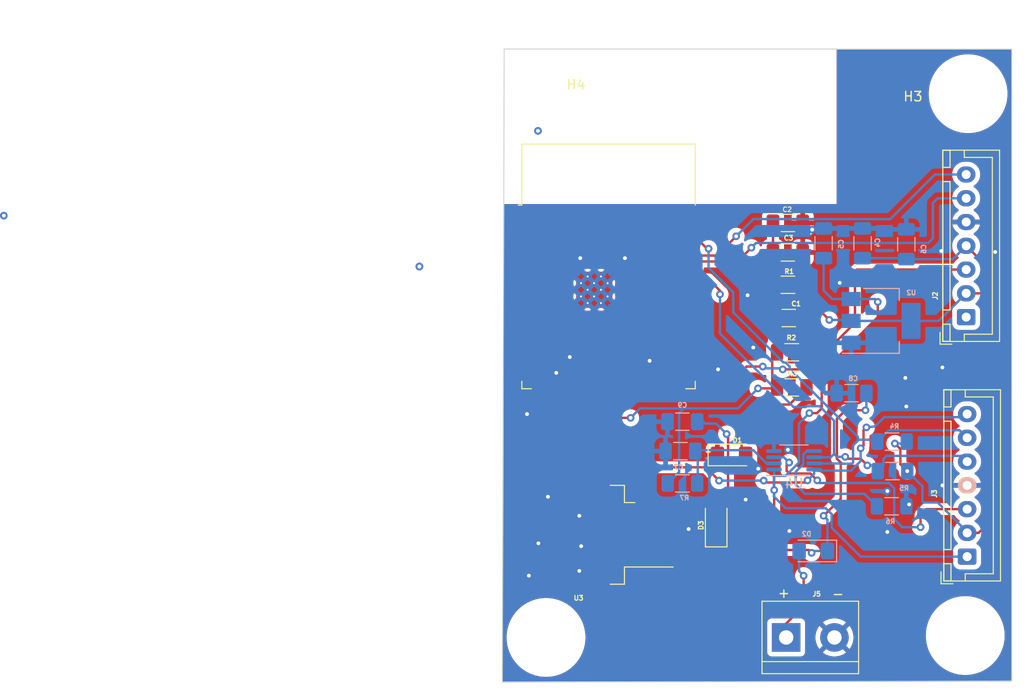
<source format=kicad_pcb>
(kicad_pcb (version 20221018) (generator pcbnew)
  (layers (0 "F.Cu" signal) (31 "B.Cu" signal) (34 "B.Paste" user) (35 "F.Paste" user) (36 "B.SilkS" user "B.Silkscreen") (37 "F.SilkS" user "F.Silkscreen") (38 "B.Mask" user) (39 "F.Mask" user) (44 "Edge.Cuts" user))
  (net 0 "")
  (net 1 "+3.3V")
  (net 2 "+5V")
  (net 3 "Net-(U4-VCC_3.3V)")
  (net 4 "Net-(D2-K)")
  (net 5 "Net-(D3-A)")
  (net 6 "Net-(D1-A)")
  (net 8 "/IO0")
  (net 9 "/RX")
  (net 10 "/TX")
  (net 11 "/OUT")
  (net 12 "/SDA")
  (net 13 "/SCL")
  (net 14 "/DIR")
  (net 15 "/GPO")
  (net 42 "/PWM")
  (net 43 "+24V")
  (net 44 "GND")
  (footprint "TerminalBlock:TerminalBlock_bornier-2_P5.08mm" (layer "F.Cu") (at 156.06 89.2)
    (fp_text reference "J5" (at 3.21 -4.57) (layer "F.SilkS") (effects (font (size 0.5 0.5) (thickness 0.125))))
    (fp_text value "Conn_01x02")
    (pad "1" thru_hole rect (at 0 0) (size 3 3) (drill 1.52) (layers "*.Cu" "*.Mask") (net 43 "+24V"))
    (pad "2" thru_hole circle (at 5.08 0) (size 3 3) (drill 1.52) (layers "*.Cu" "*.Mask") (net 44 "GND"))
  )
  (footprint "MountingHole:MountingHole_4.3mm_M4" (layer "F.Cu") (at 175.2 32)
    (fp_text reference "H3" (at -5.8 0.3) (layer "F.SilkS"))
    (fp_text value "MountingHole")
    (pad "" np_thru_hole circle (at 0 0) (size 4.3 4.3) (drill 4.3) (layers "F&B.Cu" "*.Mask" "Eco2.User") (clearance 2))
  )
  (footprint "Resistor_SMD:R_1206_3216Metric_Pad1.30x1.75mm_HandSolder" (layer "F.Cu") (at 156.25 52.1)
    (fp_text reference "R1" (at 0.13 -1.4) (layer "F.SilkS") (effects (font (size 0.5 0.5) (thickness 0.125))))
    (fp_text value "15K")
    (pad "1" smd roundrect (at -1.55 0) (size 1.3 1.75) (layers "F.Cu" "F.Paste" "F.Mask") (roundrect_rratio 0.1923076923) (net 1 "+3.3V"))
    (pad "2" smd roundrect (at 1.55 0) (size 1.3 1.75) (layers "F.Cu" "F.Paste" "F.Mask") (roundrect_rratio 0.1923076923) (net 44 "GND"))
  )
  (footprint "Connector_JST:JST_XH_B7B-XH-A_1x07_P2.50mm_Vertical" (layer "F.Cu") (at 175 55.5 90)
    (fp_text reference "J2" (at 2.24 -3.26 90) (layer "F.SilkS") (effects (font (size 0.5 0.5) (thickness 0.125))))
    (fp_text value "Conn_01x07")
    (pad "1" thru_hole roundrect (at 0 0 90) (size 1.7 1.95) (drill 0.95) (layers "*.Cu" "*.Mask") (roundrect_rratio 0.1470588235))
    (pad "2" thru_hole oval (at 2.5 0 90) (size 1.7 1.95) (drill 0.95) (layers "*.Cu" "*.Mask") (net 1 "+3.3V"))
    (pad "3" thru_hole oval (at 5 0 90) (size 1.7 1.95) (drill 0.95) (layers "*.Cu" "*.Mask") (net 8 "/IO0"))
    (pad "4" thru_hole oval (at 7.5 0 90) (size 1.7 1.95) (drill 0.95) (layers "*.Cu" "*.Mask") (net 1 "+3.3V"))
    (pad "5" thru_hole oval (at 10 0 90) (size 1.7 1.95) (drill 0.95) (layers "*.Cu" "*.Mask") (net 44 "GND"))
    (pad "6" thru_hole oval (at 12.5 0 90) (size 1.7 1.95) (drill 0.95) (layers "*.Cu" "*.Mask") (net 9 "/RX"))
    (pad "7" thru_hole oval (at 15 0 90) (size 1.7 1.95) (drill 0.95) (layers "*.Cu" "*.Mask") (net 10 "/TX"))
  )
  (footprint "Connector_JST:JST_XH_B7B-XH-A_1x07_P2.50mm_Vertical" (layer "F.Cu") (at 175.1 80.7 90)
    (fp_text reference "J3" (at 6.62 -3.45 90) (layer "F.SilkS") (effects (font (size 0.5 0.5) (thickness 0.125))))
    (fp_text value "Conn_01x07")
    (pad "1" thru_hole roundrect (at 0 0 90) (size 1.7 1.95) (drill 0.95) (layers "*.Cu" "*.Mask") (roundrect_rratio 0.1470588235) (net 2 "+5V"))
    (pad "2" thru_hole oval (at 2.5 0 90) (size 1.7 1.95) (drill 0.95) (layers "*.Cu" "*.Mask") (net 1 "+3.3V"))
    (pad "3" thru_hole oval (at 5 0 90) (size 1.7 1.95) (drill 0.95) (layers "*.Cu" "*.Mask") (net 11 "/OUT"))
    (pad "4" thru_hole oval (at 7.5 0 90) (size 1.7 1.95) (drill oval 0.95) (layers "*.Cu" "*.SilkS") (net 44 "GND"))
    (pad "5" thru_hole oval (at 10 0 90) (size 1.7 1.95) (drill 0.95) (layers "*.Cu" "*.Mask") (net 12 "/SDA"))
    (pad "6" thru_hole oval (at 12.5 0 90) (size 1.7 1.95) (drill 0.95) (layers "*.Cu" "*.Mask") (net 13 "/SCL"))
    (pad "7" thru_hole oval (at 15 0 90) (size 1.7 1.95) (drill 0.95) (layers "*.Cu" "*.Mask") (net 14 "/DIR"))
  )
  (footprint "MountingHole:MountingHole_4.3mm_M4" (layer "F.Cu") (at 130.92 32.06)
    (fp_text reference "H4" (at 3.04 -1.01) (layer "F.SilkS"))
    (fp_text value "MountingHole")
    (pad "" np_thru_hole circle (at 0 0) (size 4.3 4.3) (drill 4.3) (layers "F&B.Cu" "*.Mask"))
  )
  (footprint "Diode_SMD:D_1206_3216Metric_Pad1.42x1.75mm_HandSolder" (layer "F.Cu") (at 148.7 77.2125 90)
    (fp_text reference "D3" (at -0.1875 -1.6 90) (layer "F.SilkS") (effects (font (size 0.5 0.5) (thickness 0.125))))
    (fp_text value "1N4007")
    (pad "1" smd roundrect (at -1.4875 0 90) (size 1.425 1.75) (layers "F.Cu" "F.Paste" "F.Mask") (roundrect_rratio 0.1754392982) (net 2 "+5V"))
    (pad "2" smd roundrect (at 1.4875 0 90) (size 1.425 1.75) (layers "F.Cu" "F.Paste" "F.Mask") (roundrect_rratio 0.1754392982) (net 5 "Net-(D3-A)"))
  )
  (footprint "Capacitor_SMD:C_1206_3216Metric_Pad1.33x1.80mm_HandSolder" (layer "F.Cu") (at 156.2375 48.7)
    (fp_text reference "C3" (at 0.0825 -1.52) (layer "F.SilkS") (effects (font (size 0.5 0.5) (thickness 0.12) bold)))
    (fp_text value "10uf")
    (pad "1" smd roundrect (at -1.5625 0) (size 1.325 1.8) (layers "F.Cu" "F.Paste" "F.Mask") (roundrect_rratio 0.1886792453) (net 1 "+3.3V"))
    (pad "2" smd roundrect (at 1.5625 0) (size 1.325 1.8) (layers "F.Cu" "F.Paste" "F.Mask") (roundrect_rratio 0.1886792453) (net 44 "GND"))
  )
  (footprint "Capacitor_SMD:C_1206_3216Metric_Pad1.33x1.80mm_HandSolder" (layer "F.Cu") (at 156.3375 55.6)
    (fp_text reference "C1" (at 0.7725 -1.5) (layer "F.SilkS") (effects (font (size 0.5 0.5) (thickness 0.125))))
    (fp_text value "100nf")
    (pad "1" smd roundrect (at -1.5625 0) (size 1.325 1.8) (layers "F.Cu" "F.Paste" "F.Mask") (roundrect_rratio 0.1886792453) (net 1 "+3.3V"))
    (pad "2" smd roundrect (at 1.5625 0) (size 1.325 1.8) (layers "F.Cu" "F.Paste" "F.Mask") (roundrect_rratio 0.1886792453) (net 44 "GND"))
  )
  (footprint "LED_SMD:LED_1206_3216Metric_Pad1.42x1.75mm_HandSolder" (layer "F.Cu") (at 150.3125 70)
    (fp_text reference "D1" (at 0.6075 -1.55) (layer "F.SilkS") (effects (font (size 0.5 0.5) (thickness 0.125))))
    (fp_text value "LED")
    (pad "1" smd roundrect (at -1.4875 0) (size 1.425 1.75) (layers "F.Cu" "F.Paste" "F.Mask") (roundrect_rratio 0.1754392982) (net 44 "GND"))
    (pad "2" smd roundrect (at 1.4875 0) (size 1.425 1.75) (layers "F.Cu" "F.Paste" "F.Mask") (roundrect_rratio 0.1754392982) (net 6 "Net-(D1-A)"))
  )
  (footprint "Resistor_SMD:R_1206_3216Metric_Pad1.30x1.75mm_HandSolder" (layer "F.Cu") (at 156.65 62.9)
    (fp_text reference "R3" (at 0.06 -1.44) (layer "F.SilkS") (effects (font (size 0.5 0.5) (thickness 0.125) bold)))
    (fp_text value "15k")
    (pad "1" smd roundrect (at -1.55 0) (size 1.3 1.75) (layers "F.Cu" "F.Paste" "F.Mask") (roundrect_rratio 0.1923076923) (net 1 "+3.3V"))
    (pad "2" smd roundrect (at 1.55 0) (size 1.3 1.75) (layers "F.Cu" "F.Paste" "F.Mask") (roundrect_rratio 0.1923076923) (net 6 "Net-(D1-A)"))
  )
  (footprint "MountingHole:MountingHole_4.3mm_M4" (layer "F.Cu") (at 130.8 89.2)
    (fp_text reference "H2" hide)
    (fp_text value "MountingHole")
    (pad "" np_thru_hole circle (at 0 0) (size 4.3 4.3) (drill 4.3) (layers "F&B.Cu" "*.Mask") (clearance 2))
  )
  (footprint "MountingHole:MountingHole_4.3mm_M4" (layer "F.Cu") (at 174.9 89)
    (fp_text reference "H1" hide)
    (fp_text value "MountingHole")
    (pad "" np_thru_hole circle (at 0 0) (size 4.3 4.3) (drill 4.3) (layers "F&B.Cu" "*.Mask") (clearance 2))
  )
  (footprint "Capacitor_SMD:C_1206_3216Metric_Pad1.33x1.80mm_HandSolder" (layer "F.Cu") (at 156.2375 45.6)
    (fp_text reference "C2" (at -0.0675 -1.42) (layer "F.SilkS") (effects (font (size 0.5 0.5) (thickness 0.1) bold)))
    (fp_text value "100nf")
    (pad "1" smd roundrect (at -1.5625 0) (size 1.325 1.8) (layers "F.Cu" "F.Paste" "F.Mask") (roundrect_rratio 0.1886792453) (net 1 "+3.3V"))
    (pad "2" smd roundrect (at 1.5625 0) (size 1.325 1.8) (layers "F.Cu" "F.Paste" "F.Mask") (roundrect_rratio 0.1886792453) (net 44 "GND"))
  )
  (footprint "RF_Module:ESP32-WROOM-32D" (layer "F.Cu") (at 137.3762 53.1572)
    (fp_text reference "U1" hide)
    (fp_text value "ESP32-WROOM-32D" hide)
    (pad "1" smd rect (at -8.75 -8.25) (size 1.5 0.9) (layers "F.Cu" "F.Paste" "F.Mask") (net 44 "GND"))
    (pad "2" smd rect (at -8.75 -6.98) (size 1.5 0.9) (layers "F.Cu" "F.Paste" "F.Mask") (net 1 "+3.3V"))
    (pad "3" smd rect (at -8.75 -5.71) (size 1.5 0.9) (layers "F.Cu" "F.Paste" "F.Mask") (net 1 "+3.3V"))
    (pad "4" smd rect (at -8.75 -4.44) (size 1.5 0.9) (layers "F.Cu" "F.Paste" "F.Mask"))
    (pad "5" smd rect (at -8.75 -3.17) (size 1.5 0.9) (layers "F.Cu" "F.Paste" "F.Mask"))
    (pad "6" smd rect (at -8.75 -1.9) (size 1.5 0.9) (layers "F.Cu" "F.Paste" "F.Mask"))
    (pad "7" smd rect (at -8.75 -0.63) (size 1.5 0.9) (layers "F.Cu" "F.Paste" "F.Mask"))
    (pad "8" smd rect (at -8.75 0.64) (size 1.5 0.9) (layers "F.Cu" "F.Paste" "F.Mask"))
    (pad "9" smd rect (at -8.75 1.91) (size 1.5 0.9) (layers "F.Cu" "F.Paste" "F.Mask"))
    (pad "10" smd rect (at -8.75 3.18) (size 1.5 0.9) (layers "F.Cu" "F.Paste" "F.Mask"))
    (pad "11" smd rect (at -8.75 4.45) (size 1.5 0.9) (layers "F.Cu" "F.Paste" "F.Mask"))
    (pad "12" smd rect (at -8.75 5.72) (size 1.5 0.9) (layers "F.Cu" "F.Paste" "F.Mask") (net 14 "/DIR"))
    (pad "13" smd rect (at -8.75 6.99) (size 1.5 0.9) (layers "F.Cu" "F.Paste" "F.Mask"))
    (pad "14" smd rect (at -8.75 8.26) (size 1.5 0.9) (layers "F.Cu" "F.Paste" "F.Mask"))
    (pad "15" smd rect (at -5.71 9.51 90) (size 1.5 0.9) (layers "F.Cu" "F.Paste" "F.Mask") (net 44 "GND"))
    (pad "16" smd rect (at -4.44 9.51 90) (size 1.5 0.9) (layers "F.Cu" "F.Paste" "F.Mask"))
    (pad "17" smd rect (at -3.17 9.51 90) (size 1.5 0.9) (layers "F.Cu" "F.Paste" "F.Mask"))
    (pad "18" smd rect (at -1.9 9.51 90) (size 1.5 0.9) (layers "F.Cu" "F.Paste" "F.Mask"))
    (pad "19" smd rect (at -0.63 9.51 90) (size 1.5 0.9) (layers "F.Cu" "F.Paste" "F.Mask"))
    (pad "20" smd rect (at 0.64 9.51 90) (size 1.5 0.9) (layers "F.Cu" "F.Paste" "F.Mask"))
    (pad "21" smd rect (at 1.91 9.51 90) (size 1.5 0.9) (layers "F.Cu" "F.Paste" "F.Mask"))
    (pad "22" smd rect (at 3.18 9.51 90) (size 1.5 0.9) (layers "F.Cu" "F.Paste" "F.Mask"))
    (pad "23" smd rect (at 4.45 9.51 90) (size 1.5 0.9) (layers "F.Cu" "F.Paste" "F.Mask"))
    (pad "24" smd rect (at 5.72 9.51 90) (size 1.5 0.9) (layers "F.Cu" "F.Paste" "F.Mask"))
    (pad "25" smd rect (at 8.75 8.26) (size 1.5 0.9) (layers "F.Cu" "F.Paste" "F.Mask") (net 8 "/IO0"))
    (pad "26" smd rect (at 8.75 6.99) (size 1.5 0.9) (layers "F.Cu" "F.Paste" "F.Mask"))
    (pad "27" smd rect (at 8.75 5.72) (size 1.5 0.9) (layers "F.Cu" "F.Paste" "F.Mask"))
    (pad "28" smd rect (at 8.75 4.45) (size 1.5 0.9) (layers "F.Cu" "F.Paste" "F.Mask"))
    (pad "29" smd rect (at 8.75 3.18) (size 1.5 0.9) (layers "F.Cu" "F.Paste" "F.Mask"))
    (pad "30" smd rect (at 8.75 1.91) (size 1.5 0.9) (layers "F.Cu" "F.Paste" "F.Mask"))
    (pad "31" smd rect (at 8.75 0.64) (size 1.5 0.9) (layers "F.Cu" "F.Paste" "F.Mask"))
    (pad "32" smd rect (at 8.75 -0.63) (size 1.5 0.9) (layers "F.Cu" "F.Paste" "F.Mask"))
    (pad "33" smd rect (at 8.75 -1.9) (size 1.5 0.9) (layers "F.Cu" "F.Paste" "F.Mask") (net 12 "/SDA"))
    (pad "34" smd rect (at 8.75 -3.17) (size 1.5 0.9) (layers "F.Cu" "F.Paste" "F.Mask") (net 9 "/RX"))
    (pad "35" smd rect (at 8.75 -4.44) (size 1.5 0.9) (layers "F.Cu" "F.Paste" "F.Mask") (net 10 "/TX"))
    (pad "36" smd rect (at 8.75 -5.71) (size 1.5 0.9) (layers "F.Cu" "F.Paste" "F.Mask") (net 13 "/SCL"))
    (pad "37" smd rect (at 8.75 -6.98) (size 1.5 0.9) (layers "F.Cu" "F.Paste" "F.Mask") (net 42 "/PWM"))
    (pad "38" smd rect (at 8.75 -8.25) (size 1.5 0.9) (layers "F.Cu" "F.Paste" "F.Mask") (net 44 "GND"))
    (pad "39" smd rect (at -2.9 -1.93) (size 0.9 0.9) (layers "F.Cu" "F.Paste") (net 44 "GND"))
    (pad "39" thru_hole circle (at -2.9 -1.23) (size 0.6 0.6) (drill 0.2) (property pad_prop_heatsink) (layers "*.Cu" "F.Mask") (net 44 "GND"))
    (pad "39" smd rect (at -2.9 -0.53) (size 0.9 0.9) (layers "F.Cu" "F.Paste") (net 44 "GND"))
    (pad "39" thru_hole circle (at -2.9 0.17) (size 0.6 0.6) (drill 0.2) (property pad_prop_heatsink) (layers "*.Cu" "F.Mask") (net 44 "GND"))
    (pad "39" smd rect (at -2.9 0.87) (size 0.9 0.9) (layers "F.Cu" "F.Paste") (net 44 "GND"))
    (pad "39" thru_hole circle (at -2.2 -1.93) (size 0.6 0.6) (drill 0.2) (property pad_prop_heatsink) (layers "*.Cu" "F.Mask") (net 44 "GND"))
    (pad "39" thru_hole circle (at -2.2 -0.53) (size 0.6 0.6) (drill 0.2) (property pad_prop_heatsink) (layers "*.Cu" "F.Mask") (net 44 "GND"))
    (pad "39" thru_hole circle (at -2.2 0.87) (size 0.6 0.6) (drill 0.2) (property pad_prop_heatsink) (layers "*.Cu" "F.Mask") (net 44 "GND"))
    (pad "39" thru_hole circle (at -1.525 -1.23) (size 0.6 0.6) (drill 0.2) (property pad_prop_heatsink) (layers "*.Cu" "F.Mask") (net 44 "GND"))
    (pad "39" thru_hole circle (at -1.525 0.17) (size 0.6 0.6) (drill 0.2) (property pad_prop_heatsink) (layers "*.Cu" "F.Mask") (net 44 "GND"))
    (pad "39" smd rect (at -1.5 -1.93) (size 0.9 0.9) (layers "F.Cu" "F.Paste") (net 44 "GND"))
    (pad "39" smd rect (at -1.5 -0.53) (size 0.9 0.9) (layers "F.Cu" "F.Paste") (net 44 "GND"))
    (pad "39" smd rect (at -1.5 -0.53) (size 3.8 3.8) (layers "F.Cu" "F.Mask") (net 44 "GND"))
    (pad "39" smd rect (at -1.5 0.87) (size 0.9 0.9) (layers "F.Cu" "F.Paste") (net 44 "GND"))
    (pad "39" thru_hole circle (at -0.8 -1.93) (size 0.6 0.6) (drill 0.2) (property pad_prop_heatsink) (layers "*.Cu" "F.Mask") (net 44 "GND"))
    (pad "39" thru_hole circle (at -0.8 -0.53) (size 0.6 0.6) (drill 0.2) (property pad_prop_heatsink) (layers "*.Cu" "F.Mask") (net 44 "GND"))
    (pad "39" thru_hole circle (at -0.8 0.87) (size 0.6 0.6) (drill 0.2) (property pad_prop_heatsink) (layers "*.Cu" "F.Mask") (net 44 "GND"))
    (pad "39" smd rect (at -0.1 -1.93) (size 0.9 0.9) (layers "F.Cu" "F.Paste") (net 44 "GND"))
    (pad "39" thru_hole circle (at -0.1 -1.23) (size 0.6 0.6) (drill 0.2) (property pad_prop_heatsink) (layers "*.Cu" "F.Mask") (net 44 "GND"))
    (pad "39" smd rect (at -0.1 -0.53) (size 0.9 0.9) (layers "F.Cu" "F.Paste") (net 44 "GND"))
    (pad "39" thru_hole circle (at -0.1 0.17) (size 0.6 0.6) (drill 0.2) (property pad_prop_heatsink) (layers "*.Cu" "F.Mask") (net 44 "GND"))
    (pad "39" smd rect (at -0.1 0.87) (size 0.9 0.9) (layers "F.Cu" "F.Paste") (net 44 "GND"))
    (zone (net 0) (net_name "") (layers "*.Cu") (connect_pads (clearance 0)) (min_thickness 0.254)
      (keepout (tracks not_allowed) (vias not_allowed) (pads not_allowed) (copperpour not_allowed) (footprints not_allowed))
      (fill (thermal_gap 0.508) (thermal_bridge_width 0.508))
      (polygon (pts (xy 113.3762 43.6072) (xy 161.3762 43.6072) (xy 161.3762 22.4172) (xy 113.3762 22.4172)))
    )
  )
  (footprint "Resistor_SMD:R_1206_3216Metric_Pad1.30x1.75mm_HandSolder" (layer "F.Cu") (at 156.65 59.2 180)
    (fp_text reference "R2" (at 0.04 1.53) (layer "F.SilkS") (effects (font (size 0.5 0.5) (thickness 0.125))))
    (fp_text value "15k")
    (pad "1" smd roundrect (at -1.55 0 180) (size 1.3 1.75) (layers "F.Cu" "F.Paste" "F.Mask") (roundrect_rratio 0.1923076923) (net 8 "/IO0"))
    (pad "2" smd roundrect (at 1.55 0 180) (size 1.3 1.75) (layers "F.Cu" "F.Paste" "F.Mask") (roundrect_rratio 0.1923076923) (net 1 "+3.3V"))
  )
  (footprint "Package_TO_SOT_SMD:TO-263-2" (layer "F.Cu") (at 134.225 78.4 180)
    (fp_text reference "U3" (at 0 -6.65) (layer "F.SilkS") (effects (font (size 0.5 0.5) (thickness 0.125))))
    (fp_text value "LM7805_TO220")
    (pad "1" smd roundrect (at -7.65 -2.54 180) (size 4.6 1.1) (layers "F.Cu" "F.Paste" "F.Mask") (roundrect_rratio 0.2272727273) (net 4 "Net-(D2-K)"))
    (pad "2" smd roundrect (at -0.925 -2.775 180) (size 4.55 5.25) (layers "F.Cu" "F.Paste") (roundrect_rratio 0.05494505495) (net 44 "GND"))
    (pad "2" smd roundrect (at -0.925 2.775 180) (size 4.55 5.25) (layers "F.Cu" "F.Paste") (roundrect_rratio 0.05494505495) (net 44 "GND"))
    (pad "2" smd roundrect (at 1.5 0 180) (size 9.4 10.8) (layers "F.Cu" "F.Mask") (roundrect_rratio 0.02659595745) (net 44 "GND"))
    (pad "2" smd roundrect (at 3.925 -2.775 180) (size 4.55 5.25) (layers "F.Cu" "F.Paste") (roundrect_rratio 0.05494505495) (net 44 "GND"))
    (pad "2" smd roundrect (at 3.925 2.775 180) (size 4.55 5.25) (layers "F.Cu" "F.Paste") (roundrect_rratio 0.05494505495) (net 44 "GND"))
    (pad "3" smd roundrect (at -7.65 2.54 180) (size 4.6 1.1) (layers "F.Cu" "F.Paste" "F.Mask") (roundrect_rratio 0.2272727273) (net 5 "Net-(D3-A)"))
  )
  (footprint "Diode_SMD:D_1206_3216Metric_Pad1.42x1.75mm_HandSolder" (layer "B.Cu") (at 158.9125 80.1 180)
    (fp_text reference "D2" (at 0.7025 1.78) (layer "B.SilkS") (effects (font (size 0.5 0.5) (thickness 0.125)) (justify mirror)))
    (fp_text value "1N4007")
    (pad "1" smd roundrect (at -1.4875 0 180) (size 1.425 1.75) (layers "B.Cu" "B.Paste" "B.Mask") (roundrect_rratio 0.1754392982) (net 4 "Net-(D2-K)"))
    (pad "2" smd roundrect (at 1.4875 0 180) (size 1.425 1.75) (layers "B.Cu" "B.Paste" "B.Mask") (roundrect_rratio 0.1754392982) (net 43 "+24V"))
  )
  (footprint "Package_TO_SOT_SMD:SOT-223-3_TabPin2" (layer "B.Cu") (at 166.05 55.9)
    (fp_text reference "U2" (at 3.17 -2.97) (layer "B.SilkS") (effects (font (size 0.5 0.5) (thickness 0.125)) (justify mirror)))
    (fp_text value "AMS1117-3.3")
    (pad "1" smd rect (at -3.15 2.3) (size 2 1.5) (layers "B.Cu" "B.Paste" "B.Mask") (net 44 "GND"))
    (pad "2" smd rect (at -3.15 0) (size 2 1.5) (layers "B.Cu" "B.Paste" "B.Mask") (net 1 "+3.3V"))
    (pad "2" smd rect (at 3.15 0) (size 2 3.8) (layers "B.Cu" "B.Paste" "B.Mask") (net 1 "+3.3V"))
    (pad "3" smd rect (at -3.15 -2.3) (size 2 1.5) (layers "B.Cu" "B.Paste" "B.Mask") (net 2 "+5V"))
  )
  (footprint "Capacitor_SMD:C_1206_3216Metric_Pad1.33x1.80mm_HandSolder" (layer "B.Cu") (at 145.1375 66.5 180)
    (fp_text reference "C9" (at -0.0125 1.74) (layer "B.SilkS") (effects (font (size 0.5 0.5) (thickness 0.125)) (justify mirror)))
    (fp_text value "10uf")
    (pad "1" smd roundrect (at -1.5625 0 180) (size 1.325 1.8) (layers "B.Cu" "B.Paste" "B.Mask") (roundrect_rratio 0.1886792453) (net 5 "Net-(D3-A)"))
    (pad "2" smd roundrect (at 1.5625 0 180) (size 1.325 1.8) (layers "B.Cu" "B.Paste" "B.Mask") (roundrect_rratio 0.1886792453) (net 44 "GND"))
  )
  (footprint "Package_SO:MSOP-8_3x3mm_P0.65mm" (layer "B.Cu") (at 156.8875 70.565)
    (fp_text reference "U4" (at 0 2.45) (layer "B.SilkS") (effects (justify mirror)))
    (fp_text value locked "AS5600")
    (pad "1" smd roundrect (at -2.1125 0.975) (size 1.625 0.4) (layers "B.Cu" "B.Paste" "B.Mask") (net 2 "+5V"))
    (pad "2" smd roundrect (at -2.1125 0.325) (size 1.625 0.4) (layers "B.Cu" "B.Paste" "B.Mask") (net 3 "Net-(U4-VCC_3.3V)"))
    (pad "3" smd roundrect (at -2.1125 -0.325) (size 1.625 0.4) (layers "B.Cu" "B.Paste" "B.Mask") (net 11 "/OUT"))
    (pad "4" smd roundrect (at -2.1125 -0.975) (size 1.625 0.4) (layers "B.Cu" "B.Paste" "B.Mask") (net 44 "GND"))
    (pad "5" smd roundrect (at 2.1125 -0.975) (size 1.625 0.4) (layers "B.Cu" "B.Paste" "B.Mask") (net 15 "/GPO"))
    (pad "6" smd roundrect (at 2.1125 -0.325) (size 1.625 0.4) (layers "B.Cu" "B.Paste" "B.Mask") (net 12 "/SDA"))
    (pad "7" smd roundrect (at 2.1125 0.325) (size 1.625 0.4) (layers "B.Cu" "B.Paste" "B.Mask") (net 13 "/SCL"))
    (pad "8" smd roundrect (at 2.1125 0.975) (size 1.625 0.4) (layers "B.Cu" "B.Paste" "B.Mask") (net 14 "/DIR"))
  )
  (footprint "Resistor_SMD:R_1206_3216Metric_Pad1.30x1.75mm_HandSolder" (layer "B.Cu") (at 145.15 73)
    (fp_text reference "R7" (at 0.21 1.52) (layer "B.SilkS") (effects (font (size 0.5 0.5) (thickness 0.125)) (justify mirror)))
    (fp_text value "0R")
    (pad "1" smd roundrect (at -1.55 0) (size 1.3 1.75) (layers "B.Cu" "B.Paste" "B.Mask") (roundrect_rratio 0.1923076923) (net 1 "+3.3V"))
    (pad "2" smd roundrect (at 1.55 0) (size 1.3 1.75) (layers "B.Cu" "B.Paste" "B.Mask") (roundrect_rratio 0.1923076923) (net 3 "Net-(U4-VCC_3.3V)"))
  )
  (footprint "Capacitor_SMD:C_1206_3216Metric_Pad1.33x1.80mm_HandSolder" (layer "B.Cu") (at 168.7 47.8375 90)
    (fp_text reference "C6" (at -0.5025 1.84 90) (layer "B.SilkS") (effects (font (size 0.5 0.5) (thickness 0.125)) (justify mirror)))
    (fp_text value "100uf")
    (pad "1" smd roundrect (at -1.5625 0 90) (size 1.325 1.8) (layers "B.Cu" "B.Paste" "B.Mask") (roundrect_rratio 0.1886792453) (net 1 "+3.3V"))
    (pad "2" smd roundrect (at 1.5625 0 90) (size 1.325 1.8) (layers "B.Cu" "B.Paste" "B.Mask") (roundrect_rratio 0.1886792453) (net 44 "GND"))
  )
  (footprint "Resistor_SMD:R_1206_3216Metric_Pad1.30x1.75mm_HandSolder" (layer "B.Cu") (at 167.25 71.7 180)
    (fp_text reference "R5" (at -1.22 -1.8) (layer "B.SilkS") (effects (font (size 0.5 0.5) (thickness 0.125)) (justify mirror)))
    (fp_text value "15k")
    (pad "1" smd roundrect (at -1.55 0 180) (size 1.3 1.75) (layers "B.Cu" "B.Paste" "B.Mask") (roundrect_rratio 0.1923076923) (net 1 "+3.3V"))
    (pad "2" smd roundrect (at 1.55 0 180) (size 1.3 1.75) (layers "B.Cu" "B.Paste" "B.Mask") (roundrect_rratio 0.1923076923) (net 12 "/SDA"))
  )
  (footprint "Capacitor_SMD:C_1206_3216Metric_Pad1.33x1.80mm_HandSolder" (layer "B.Cu") (at 164.1 47.7375 90)
    (fp_text reference "C4" (at 0.0675 1.58 90) (layer "B.SilkS") (effects (font (size 0.5 0.5) (thickness 0.125)) (justify mirror)))
    (fp_text value "10uf")
    (pad "1" smd roundrect (at -1.5625 0 90) (size 1.325 1.8) (layers "B.Cu" "B.Paste" "B.Mask") (roundrect_rratio 0.1886792453) (net 1 "+3.3V"))
    (pad "2" smd roundrect (at 1.5625 0 90) (size 1.325 1.8) (layers "B.Cu" "B.Paste" "B.Mask") (roundrect_rratio 0.1886792453) (net 44 "GND"))
  )
  (footprint "Resistor_SMD:R_1206_3216Metric_Pad1.30x1.75mm_HandSolder" (layer "B.Cu") (at 167.2 68.6 180)
    (fp_text reference "R4" (at -0.25 1.6) (layer "B.SilkS") (effects (font (size 0.5 0.5) (thickness 0.125)) (justify mirror)))
    (fp_text value "15k")
    (pad "1" smd roundrect (at -1.55 0 180) (size 1.3 1.75) (layers "B.Cu" "B.Paste" "B.Mask") (roundrect_rratio 0.1923076923) (net 1 "+3.3V"))
    (pad "2" smd roundrect (at 1.55 0 180) (size 1.3 1.75) (layers "B.Cu" "B.Paste" "B.Mask") (roundrect_rratio 0.1923076923) (net 13 "/SCL"))
  )
  (footprint "Resistor_SMD:R_1206_3216Metric_Pad1.30x1.75mm_HandSolder" (layer "B.Cu") (at 167.15 75.4)
    (fp_text reference "R6" (at -0.12 1.6) (layer "B.SilkS") (effects (font (size 0.5 0.5) (thickness 0.125)) (justify mirror)))
    (fp_text value "1K")
    (pad "1" smd roundrect (at -1.55 0) (size 1.3 1.75) (layers "B.Cu" "B.Paste" "B.Mask") (roundrect_rratio 0.1923076923) (net 15 "/GPO"))
    (pad "2" smd roundrect (at 1.55 0) (size 1.3 1.75) (layers "B.Cu" "B.Paste" "B.Mask") (roundrect_rratio 0.1923076923) (net 44 "GND"))
  )
  (footprint "Capacitor_SMD:C_1206_3216Metric_Pad1.33x1.80mm_HandSolder" (layer "B.Cu") (at 162.9375 63.5 180)
    (fp_text reference "C8" (at -0.1825 1.54) (layer "B.SilkS") (effects (font (size 0.5 0.5) (thickness 0.125)) (justify mirror)))
    (fp_text value "10uf")
    (pad "1" smd roundrect (at -1.5625 0 180) (size 1.325 1.8) (layers "B.Cu" "B.Paste" "B.Mask") (roundrect_rratio 0.1886792453) (net 4 "Net-(D2-K)"))
    (pad "2" smd roundrect (at 1.5625 0 180) (size 1.325 1.8) (layers "B.Cu" "B.Paste" "B.Mask") (roundrect_rratio 0.1886792453) (net 44 "GND"))
  )
  (footprint "Capacitor_SMD:C_1206_3216Metric_Pad1.33x1.80mm_HandSolder" (layer "B.Cu") (at 160 47.7375 90)
    (fp_text reference "C5" (at -0.0825 1.84 90) (layer "B.SilkS") (effects (font (size 0.5 0.5) (thickness 0.125)) (justify mirror)))
    (fp_text value "10uf")
    (pad "1" smd roundrect (at -1.5625 0 90) (size 1.325 1.8) (layers "B.Cu" "B.Paste" "B.Mask") (roundrect_rratio 0.1886792453) (net 2 "+5V"))
    (pad "2" smd roundrect (at 1.5625 0 90) (size 1.325 1.8) (layers "B.Cu" "B.Paste" "B.Mask") (roundrect_rratio 0.1886792453) (net 44 "GND"))
  )
  (footprint "Capacitor_SMD:C_1206_3216Metric_Pad1.33x1.80mm_HandSolder" (layer "B.Cu") (at 144.9375 69.6 180)
    (fp_text reference "C7" (at 0.1975 -1.69) (layer "B.SilkS") (effects (font (size 0.5 0.5) (thickness 0.125)) (justify mirror)))
    (fp_text value "10uf")
    (pad "1" smd roundrect (at -1.5625 0 180) (size 1.325 1.8) (layers "B.Cu" "B.Paste" "B.Mask") (roundrect_rratio 0.1886792453) (net 3 "Net-(U4-VCC_3.3V)"))
    (pad "2" smd roundrect (at 1.5625 0 180) (size 1.325 1.8) (layers "B.Cu" "B.Paste" "B.Mask") (roundrect_rratio 0.1886792453) (net 44 "GND"))
  )
  (gr_line (start 126.4 27.3) (end 126.2 93.9) (stroke (width 0.1)) (layer "Edge.Cuts"))
  (gr_line (start 179.8 27.3) (end 179.8 93.8) (stroke (width 0.1)) (layer "Edge.Cuts"))
  (gr_line (start 179.8 93.8) (end 126.2 93.9) (stroke (width 0.1)) (layer "Edge.Cuts"))
  (gr_line (start 126.4 27.3) (end 179.8 27.3) (stroke (width 0.1)) (layer "Edge.Cuts"))
  (gr_text "+\n" (at 155.1 85.1) (layer "F.SilkS") (effects (font (size 1 1)) (justify left bottom)))
  (gr_text "-" (at 160.8 85.2) (layer "F.SilkS") (effects (font (size 1 1)) (justify left bottom)))
  (via (at 117.48 50.18) (size 0.8) (drill 0.4) (layers "F.Cu" "B.Cu") (net 0))
  (via (at 117.48 50.18) (size 0.8) (drill 0.4) (layers "F.Cu" "B.Cu") (net 0))
  (via (at 129.9534 35.9106) (size 0.8) (drill 0.4) (layers "F.Cu" "B.Cu") (net 0))
  (via (at 73.76 44.83) (size 0.8) (drill 0.4) (layers "F.Cu" "B.Cu") (net 0))
  (via (at 131.5834 31.3406) (size 0.8) (drill 0.4) (layers "F.Cu" "B.Cu") (net 0))
  (segment (start 176.8 49.8) (end 176.8 53) (width 0.25) (layer "F.Cu") (net 1))
  (segment (start 154.775 55.6) (end 154.775 58.875) (width 0.25) (layer "F.Cu") (net 1))
  (segment (start 131.8 66.1) (end 130.8912 65.1912) (width 0.25) (layer "F.Cu") (net 1))
  (segment (start 168.08 70.98) (end 168.08 69.38) (width 0.25) (layer "F.Cu") (net 1))
  (segment (start 130.8912 48.7122) (end 129.6262 47.4472) (width 0.25) (layer "F.Cu") (net 1))
  (segment (start 129.6262 47.4472) (end 128.6262 47.4472) (width 0.25) (layer "F.Cu") (net 1))
  (segment (start 175 48) (end 176.8 49.8) (width 0.25) (layer "F.Cu") (net 1))
  (segment (start 128.6262 47.4472) (end 128.6262 46.1772) (width 0.25) (layer "F.Cu") (net 1))
  (segment (start 156.195 54.18) (end 158.98 54.18) (width 0.25) (layer "F.Cu") (net 1))
  (segment (start 154.775 55.6) (end 154.775 52.175) (width 0.25) (layer "F.Cu") (net 1))
  (segment (start 158.98 54.18) (end 160.6 55.8) (width 0.25) (layer "F.Cu") (net 1))
  (segment (start 177.8 54) (end 177.8 76.7) (width 0.25) (layer "F.Cu") (net 1))
  (segment (start 175 53) (end 176.8 53) (width 0.25) (layer "F.Cu") (net 1))
  (segment (start 139.7 66.1) (end 131.8 66.1) (width 0.25) (layer "F.Cu") (net 1))
  (segment (start 168.8 71.7) (end 168.08 70.98) (width 0.25) (layer "F.Cu") (net 1))
  (segment (start 176.8 53) (end 177.8 54) (width 0.25) (layer "F.Cu") (net 1))
  (segment (start 153.1 63) (end 155 63) (width 0.25) (layer "F.Cu") (net 1))
  (segment (start 154.775 55.6) (end 156.195 54.18) (width 0.25) (layer "F.Cu") (net 1))
  (segment (start 177.8 76.7) (end 176.3 78.2) (width 0.25) (layer "F.Cu") (net 1))
  (segment (start 130.8912 65.1912) (end 130.8912 48.7122) (width 0.25) (layer "F.Cu") (net 1))
  (segment (start 176.3 78.2) (end 175.1 78.2) (width 0.25) (layer "F.Cu") (net 1))
  (segment (start 154.675 45.6) (end 154.675 48.7) (width 0.25) (layer "F.Cu") (net 1))
  (segment (start 154.7 52.1) (end 154.7 48.725) (width 0.25) (layer "F.Cu") (net 1))
  (segment (start 168.08 69.38) (end 167.5 68.8) (width 0.25) (layer "F.Cu") (net 1))
  (segment (start 154.6 62.4) (end 154.6 59.7) (width 0.25) (layer "F.Cu") (net 1))
  (via (at 168.8 71.7) (size 0.8) (drill 0.4) (layers "F.Cu" "B.Cu") (net 1))
  (via (at 167.5 68.8) (size 0.8) (drill 0.4) (layers "F.Cu" "B.Cu") (net 1))
  (via (at 153.1 63) (size 0.8) (drill 0.4) (layers "F.Cu" "B.Cu") (net 1))
  (via (at 139.7 66.1) (size 0.8) (drill 0.4) (layers "F.Cu" "B.Cu") (net 1))
  (via (at 160.6 55.8) (size 0.8) (drill 0.4) (layers "F.Cu" "B.Cu") (net 1))
  (segment (start 162.9 55.9) (end 169.2 55.9) (width 0.25) (layer "B.Cu") (net 1))
  (segment (start 170.5 75) (end 170.4 74.9) (width 0.25) (layer "B.Cu") (net 1))
  (segment (start 170.4 73.3) (end 168.8 71.7) (width 0.25) (layer "B.Cu") (net 1))
  (segment (start 164.1 49.3) (end 168.6 49.3) (width 0.25) (layer "B.Cu") (net 1))
  (segment (start 172.1 55.9) (end 175 53) (width 0.25) (layer "B.Cu") (net 1))
  (segment (start 143.6 73) (end 144.8 71.8) (width 0.25) (layer "B.Cu") (net 1))
  (segment (start 160.6 55.8) (end 162.8 55.8) (width 0.25) (layer "B.Cu") (net 1))
  (segment (start 167.5 68.8) (end 168.55 68.8) (width 0.25) (layer "B.Cu") (net 1))
  (segment (start 170.4 74.9) (end 170.4 73.3) (width 0.25) (layer "B.Cu") (net 1))
  (segment (start 173.6 49.4) (end 175 48) (width 0.25) (layer "B.Cu") (net 1))
  (segment (start 168.7 49.4) (end 173.6 49.4) (width 0.25) (layer "B.Cu") (net 1))
  (segment (start 170.5 75) (end 172 75) (width 0.25) (layer "B.Cu") (net 1))
  (segment (start 144.8 71.8) (end 144.8 65.6) (width 0.25) (layer "B.Cu") (net 1))
  (segment (start 140.7 65.1) (end 145.3 65.1) (width 0.25) (layer "B.Cu") (net 1))
  (segment (start 169.2 55.9) (end 172.1 55.9) (width 0.25) (layer "B.Cu") (net 1))
  (segment (start 145.3 65.1) (end 151 65.1) (width 0.25) (layer "B.Cu") (net 1))
  (segment (start 144.8 65.6) (end 145.3 65.1) (width 0.25) (layer "B.Cu") (net 1))
  (segment (start 139.7 66.1) (end 140.7 65.1) (width 0.25) (layer "B.Cu") (net 1))
  (segment (start 172 75) (end 175.1 78.1) (width 0.25) (layer "B.Cu") (net 1))
  (segment (start 151 65.1) (end 153.1 63) (width 0.25) (layer "B.Cu") (net 1))
  (segment (start 158.5 65.6) (end 159.3 65.6) (width 0.25) (layer "F.Cu") (net 2))
  (segment (start 165.7 57.01) (end 165.7 53.9) (width 0.25) (layer "F.Cu") (net 2))
  (segment (start 159.8 62.91) (end 165.7 57.01) (width 0.25) (layer "F.Cu") (net 2))
  (segment (start 154.8 76.6) (end 154.8 73.7) (width 0.25) (layer "F.Cu") (net 2))
  (segment (start 152.7 78.7) (end 154.8 76.6) (width 0.25) (layer "F.Cu") (net 2))
  (segment (start 148.7 78.7) (end 152.7 78.7) (width 0.25) (layer "F.Cu") (net 2))
  (segment (start 159.8 65.1) (end 159.8 62.91) (width 0.25) (layer "F.Cu") (net 2))
  (segment (start 159.3 65.6) (end 159.8 65.1) (width 0.25) (layer "F.Cu") (net 2))
  (via (at 158.5 65.6) (size 0.8) (drill 0.4) (layers "F.Cu" "B.Cu") (net 2))
  (via (at 154.8 73.7) (size 0.8) (drill 0.4) (layers "F.Cu" "B.Cu") (net 2))
  (via (at 165.7 53.9) (size 0.8) (drill 0.4) (layers "F.Cu" "B.Cu") (net 2))
  (segment (start 160 49.3) (end 160 52.7) (width 0.25) (layer "B.Cu") (net 2))
  (segment (start 157.4125 70.7875) (end 157.4125 66.6875) (width 0.25) (layer "B.Cu") (net 2))
  (segment (start 160.225305 75.6) (end 156 75.6) (width 0.25) (layer "B.Cu") (net 2))
  (segment (start 154.775 74.375) (end 154.775 72.2) (width 0.25) (layer "B.Cu") (net 2))
  (segment (start 156 72.2) (end 157.4125 70.7875) (width 0.25) (layer "B.Cu") (net 2))
  (segment (start 165.7 53.9) (end 165.4 53.6) (width 0.25) (layer "B.Cu") (net 2))
  (segment (start 160 52.7) (end 160.9 53.6) (width 0.25) (layer "B.Cu") (net 2))
  (segment (start 157.4125 66.6875) (end 158.5 65.6) (width 0.25) (layer "B.Cu") (net 2))
  (segment (start 156 75.6) (end 154.775 74.375) (width 0.25) (layer "B.Cu") (net 2))
  (segment (start 160.9 53.6) (end 162.9 53.6) (width 0.25) (layer "B.Cu") (net 2))
  (segment (start 160.85 77.65) (end 160.85 76.224695) (width 0.25) (layer "B.Cu") (net 2))
  (segment (start 163.9 80.7) (end 160.85 77.65) (width 0.25) (layer "B.Cu") (net 2))
  (segment (start 154.775 72.2) (end 156 72.2) (width 0.25) (layer "B.Cu") (net 2))
  (segment (start 165.4 53.6) (end 162.9 53.6) (width 0.25) (layer "B.Cu") (net 2))
  (segment (start 175.1 80.7) (end 163.9 80.7) (width 0.25) (layer "B.Cu") (net 2))
  (segment (start 160.85 76.224695) (end 160.225305 75.6) (width 0.25) (layer "B.Cu") (net 2))
  (segment (start 154.8 73.7) (end 154.8 71.575) (width 0.25) (layer "B.Cu") (net 2))
  (segment (start 154.775 70.9) (end 154.008688 70.9) (width 0.25) (layer "B.Cu") (net 3))
  (segment (start 146.7625 69.8625) (end 146.7625 72.9375) (width 0.25) (layer "B.Cu") (net 3))
  (segment (start 154.008688 70.9) (end 152.608688 69.5) (width 0.25) (layer "B.Cu") (net 3))
  (segment (start 152.608688 69.5) (end 146.6 69.5) (width 0.25) (layer "B.Cu") (net 3))
  (segment (start 161.4 66.2) (end 161.4 70.4) (width 0.25) (layer "F.Cu") (net 4))
  (segment (start 162.3 65.3) (end 161.4 66.2) (width 0.25) (layer "F.Cu") (net 4))
  (segment (start 161.4 70.4) (end 161.8 70.8) (width 0.25) (layer "F.Cu") (net 4))
  (segment (start 161.8 74.6) (end 160 76.4) (width 0.25) (layer "F.Cu") (net 4))
  (segment (start 142.815 80) (end 158.4375 80) (width 0.25) (layer "F.Cu") (net 4))
  (segment (start 141.875 80.94) (end 142.815 80) (width 0.25) (layer "F.Cu") (net 4))
  (segment (start 161.8 70.8) (end 161.8 74.6) (width 0.25) (layer "F.Cu") (net 4))
  (segment (start 164.4 65.3) (end 162.3 65.3) (width 0.25) (layer "F.Cu") (net 4))
  (segment (start 158.4375 80) (end 158.7375 80.3) (width 0.25) (layer "F.Cu") (net 4))
  (via (at 164.4 65.3) (size 0.8) (drill 0.4) (layers "F.Cu" "B.Cu") (net 4))
  (via (at 160 76.4) (size 0.8) (drill 0.4) (layers "F.Cu" "B.Cu") (net 4))
  (via (at 158.7375 80.3) (size 0.8) (drill 0.4) (layers "F.Cu" "B.Cu") (net 4))
  (segment (start 158.9375 80.1) (end 160.4 80.1) (width 0.25) (layer "B.Cu") (net 4))
  (segment (start 164.5 63.5) (end 164.5 65.2) (width 0.25) (layer "B.Cu") (net 4))
  (segment (start 158.7375 80.3) (end 158.9375 80.1) (width 0.25) (layer "B.Cu") (net 4))
  (segment (start 160 76.4) (end 160.4 76.8) (width 0.25) (layer "B.Cu") (net 4))
  (segment (start 164.5 65.2) (end 164.4 65.3) (width 0.25) (layer "B.Cu") (net 4))
  (segment (start 160.4 76.8) (end 160.4 80.1) (width 0.25) (layer "B.Cu") (net 4))
  (segment (start 149.8 67.8) (end 149.95 67.95) (width 0.25) (layer "F.Cu") (net 5))
  (segment (start 148.7 75.725) (end 142.01 75.725) (width 0.25) (layer "F.Cu") (net 5))
  (segment (start 149.95 67.95) (end 149.95 74.475) (width 0.25) (layer "F.Cu") (net 5))
  (segment (start 149.95 74.475) (end 148.7 75.725) (width 0.25) (layer "F.Cu") (net 5))
  (via (at 149.8 67.8) (size 0.8) (drill 0.4) (layers "F.Cu" "B.Cu") (net 5))
  (segment (start 148.7 66.7) (end 147.525 66.7) (width 0.25) (layer "B.Cu") (net 5))
  (segment (start 149.8 67.8) (end 148.7 66.7) (width 0.25) (layer "B.Cu") (net 5))
  (segment (start 147.525 66.7) (end 146.825 66) (width 0.25) (layer "B.Cu") (net 5))
  (segment (start 156.4 64.7) (end 158.2 62.9) (width 0.25) (layer "F.Cu") (net 6))
  (segment (start 151.375 70.1) (end 151.375 67.125) (width 0.25) (layer "F.Cu") (net 6))
  (segment (start 153.8 64.7) (end 156.4 64.7) (width 0.25) (layer "F.Cu") (net 6))
  (segment (start 151.375 67.125) (end 153.8 64.7) (width 0.25) (layer "F.Cu") (net 6))
  (segment (start 158.2 60.4) (end 158.2 59.2) (width 0.25) (layer "F.Cu") (net 8))
  (segment (start 157.6 61) (end 158.2 60.4) (width 0.25) (layer "F.Cu") (net 8))
  (segment (start 163.5 50.5) (end 175 50.5) (width 0.25) (layer "F.Cu") (net 8))
  (segment (start 151.9 60.7) (end 150.25 62.35) (width 0.25) (layer "F.Cu") (net 8))
  (segment (start 150.25 62.35) (end 150.2 62.4) (width 0.25) (layer "F.Cu") (net 8))
  (segment (start 163.3 56.1) (end 163.3 50.7) (width 0.25) (layer "F.Cu") (net 8))
  (segment (start 160.2 59.2) (end 163.3 56.1) (width 0.25) (layer "F.Cu") (net 8))
  (segment (start 158.2 59.2) (end 160.2 59.2) (width 0.25) (layer "F.Cu") (net 8))
  (segment (start 146.88 62.4) (end 146.13 61.65) (width 0.25) (layer "F.Cu") (net 8))
  (segment (start 153.6 60.7) (end 151.9 60.7) (width 0.25) (layer "F.Cu") (net 8))
  (segment (start 155.7 61) (end 157.6 61) (width 0.25) (layer "F.Cu") (net 8))
  (segment (start 163.3 50.7) (end 163.5 50.5) (width 0.25) (layer "F.Cu") (net 8))
  (segment (start 150.2 62.4) (end 146.88 62.4) (width 0.25) (layer "F.Cu") (net 8))
  (via (at 153.6 60.7) (size 0.8) (drill 0.4) (layers "F.Cu" "B.Cu") (net 8))
  (via (at 155.7 61) (size 0.8) (drill 0.4) (layers "F.Cu" "B.Cu") (net 8))
  (segment (start 153.79 60.89) (end 155.59 60.89) (width 0.25) (layer "B.Cu") (net 8))
  (segment (start 155.59 60.89) (end 155.7 61) (width 0.25) (layer "B.Cu") (net 8))
  (segment (start 153.6 60.7) (end 153.79 60.89) (width 0.25) (layer "B.Cu") (net 8))
  (segment (start 152.4 48.2) (end 150.95 49.65) (width 0.25) (layer "F.Cu") (net 9))
  (segment (start 146.33 49.65) (end 150.95 49.65) (width 0.25) (layer "F.Cu") (net 9))
  (via (at 152.4 48.2) (size 0.8) (drill 0.4) (layers "F.Cu" "B.Cu") (net 9))
  (segment (start 171.5 47.213299) (end 171.5 43.5) (width 0.25) (layer "B.Cu") (net 9))
  (segment (start 152.4 48.2) (end 152.9 47.7) (width 0.25) (layer "B.Cu") (net 9))
  (segment (start 171.013299 47.7) (end 171.5 47.213299) (width 0.25) (layer "B.Cu") (net 9))
  (segment (start 172 43) (end 175 43) (width 0.25) (layer "B.Cu") (net 9))
  (segment (start 152.9 47.7) (end 171.013299 47.7) (width 0.25) (layer "B.Cu") (net 9))
  (segment (start 171.5 43.5) (end 172 43) (width 0.25) (layer "B.Cu") (net 9))
  (segment (start 148.5168 49.025) (end 146.434 49.025) (width 0.25) (layer "F.Cu") (net 10))
  (segment (start 148.6459 49.1541) (end 148.5168 49.025) (width 0.25) (layer "F.Cu") (net 10))
  (segment (start 148.6459 49.1541) (end 150.8 47) (width 0.25) (layer "F.Cu") (net 10))
  (via (at 150.8 47) (size 0.8) (drill 0.4) (layers "F.Cu" "B.Cu") (net 10))
  (segment (start 150.8 47) (end 152.6125 45.1875) (width 0.25) (layer "B.Cu") (net 10))
  (segment (start 167.0125 45.1875) (end 171.7 40.5) (width 0.25) (layer "B.Cu") (net 10))
  (segment (start 152.6125 45.1875) (end 167.0125 45.1875) (width 0.25) (layer "B.Cu") (net 10))
  (segment (start 171.7 40.5) (end 175 40.5) (width 0.25) (layer "B.Cu") (net 10))
  (segment (start 159.334798 72.675815) (end 158.609769 71.950786) (width 0.25) (layer "F.Cu") (net 11))
  (segment (start 158.609769 71.950786) (end 156.393908 71.950786) (width 0.25) (layer "F.Cu") (net 11))
  (segment (start 156.393908 71.950786) (end 156.11 71.666878) (width 0.25) (layer "F.Cu") (net 11))
  (segment (start 156.11 71.666878) (end 156.11 71.064694) (width 0.25) (layer "F.Cu") (net 11))
  (segment (start 170.8 75.7) (end 175.1 75.7) (width 0.25) (layer "F.Cu") (net 11))
  (segment (start 156.11 71.064694) (end 156.377347 70.797347) (width 0.25) (layer "F.Cu") (net 11))
  (segment (start 170.2 77.6) (end 170.2 76.3) (width 0.25) (layer "F.Cu") (net 11))
  (segment (start 170.2 76.3) (end 170.8 75.7) (width 0.25) (layer "F.Cu") (net 11))
  (via (at 156.377347 70.797347) (size 0.8) (drill 0.4) (layers "F.Cu" "B.Cu") (net 11))
  (via (at 159.334798 72.675815) (size 0.8) (drill 0.4) (layers "F.Cu" "B.Cu") (net 11))
  (via (at 170.2 77.6) (size 0.8) (drill 0.4) (layers "F.Cu" "B.Cu") (net 11))
  (segment (start 166.875305 72.95) (end 167.425 73.499695) (width 0.25) (layer "B.Cu") (net 11))
  (segment (start 168.27 77.6) (end 170.3 77.6) (width 0.25) (layer "B.Cu") (net 11))
  (segment (start 159.608983 72.95) (end 166.875305 72.95) (width 0.25) (layer "B.Cu") (net 11))
  (segment (start 159.334798 72.675815) (end 159.608983 72.95) (width 0.25) (layer "B.Cu") (net 11))
  (segment (start 167.425 73.499695) (end 167.425 76.755) (width 0.25) (layer "B.Cu") (net 11))
  (segment (start 156.377347 70.797347) (end 155.83 70.25) (width 0.25) (layer "B.Cu") (net 11))
  (segment (start 155.83 70.25) (end 154.775 70.25) (width 0.25) (layer "B.Cu") (net 11))
  (segment (start 167.425 76.755) (end 168.27 77.6) (width 0.25) (layer "B.Cu") (net 11))
  (segment (start 162.475 70.4) (end 163.9 70.4) (width 0.25) (layer "F.Cu") (net 12))
  (segment (start 149.1 52.73) (end 147.9 51.53) (width 0.25) (layer "F.Cu") (net 12))
  (segment (start 149.1 53.1) (end 149.1 52.73) (width 0.25) (layer "F.Cu") (net 12))
  (segment (start 162.275 70.2) (end 162.475 70.4) (width 0.25) (layer "F.Cu") (net 12))
  (segment (start 147.9 51.53) (end 146.399 51.53) (width 0.25) (layer "F.Cu") (net 12))
  (segment (start 163.9 70.4) (end 164.6 71.1) (width 0.25) (layer "F.Cu") (net 12))
  (segment (start 146.399 51.53) (end 146.1262 51.2572) (width 0.25) (layer "F.Cu") (net 12))
  (via (at 164.6 71.1) (size 0.8) (drill 0.4) (layers "F.Cu" "B.Cu") (net 12))
  (via (at 162.275 70.2) (size 0.8) (drill 0.4) (layers "F.Cu" "B.Cu") (net 12))
  (via (at 149.1 53.1) (size 0.8) (drill 0.4) (layers "F.Cu" "B.Cu") (net 12))
  (segment (start 164.6 71.1) (end 165.1 71.1) (width 0.25) (layer "B.Cu") (net 12))
  (segment (start 158.114695 64.96) (end 158.199695 64.875) (width 0.25) (layer "B.Cu") (net 12))
  (segment (start 149.1 53.1) (end 149.1 57.225305) (width 0.25) (layer "B.Cu") (net 12))
  (segment (start 158.199695 64.875) (end 159.575 64.875) (width 0.25) (layer "B.Cu") (net 12))
  (segment (start 161.1 66.4) (end 161.1 69.9) (width 0.25) (layer "B.Cu") (net 12))
  (segment (start 156.834695 64.96) (end 158.114695 64.96) (width 0.25) (layer "B.Cu") (net 12))
  (segment (start 165.1 71.1) (end 165.7 71.7) (width 0.25) (layer "B.Cu") (net 12))
  (segment (start 166.62 70.1) (end 174.5 70.1) (width 0.25) (layer "B.Cu") (net 12))
  (segment (start 159.575 64.875) (end 161.1 66.4) (width 0.25) (layer "B.Cu") (net 12))
  (segment (start 166.3 71.1) (end 166.3 70.42) (width 0.25) (layer "B.Cu") (net 12))
  (segment (start 161.1 69.9) (end 160.75 70.25) (width 0.25) (layer "B.Cu") (net 12))
  (segment (start 149.1 57.225305) (end 156.834695 64.96) (width 0.25) (layer "B.Cu") (net 12))
  (segment (start 161.1 69.9) (end 161.4 70.2) (width 0.25) (layer "B.Cu") (net 12))
  (segment (start 160.75 70.25) (end 159 70.25) (width 0.25) (layer "B.Cu") (net 12))
  (segment (start 165.7 71.7) (end 166.3 71.1) (width 0.25) (layer "B.Cu") (net 12))
  (segment (start 174.5 70.1) (end 175.1 70.7) (width 0.25) (layer "B.Cu") (net 12))
  (segment (start 166.3 70.42) (end 166.62 70.1) (width 0.25) (layer "B.Cu") (net 12))
  (segment (start 162.275 70.2) (end 161.4 70.2) (width 0.25) (layer "B.Cu") (net 12))
  (segment (start 147.82 48.38) (end 147.9 48.3) (width 0.25) (layer "F.Cu") (net 13))
  (segment (start 146.1262 47.4472) (end 146.8872 47.4472) (width 0.25) (layer "F.Cu") (net 13))
  (segment (start 146.8872 47.4472) (end 147.82 48.38) (width 0.25) (layer "F.Cu") (net 13))
  (via (at 147.9 48.3) (size 0.8) (drill 0.4) (layers "F.Cu" "B.Cu") (net 13))
  (segment (start 161.974695 70.925) (end 161.949695 70.9) (width 0.25) (layer "B.Cu") (net 13))
  (segment (start 163.6 68.1) (end 163.6 68.5) (width 0.25) (layer "B.Cu") (net 13))
  (segment (start 150.5 52.9) (end 150.5 55) (width 0.25) (layer "B.Cu") (net 13))
  (segment (start 156.425 60.925) (end 163.6 68.1) (width 0.25) (layer "B.Cu") (net 13))
  (segment (start 163.6 68.5) (end 163.1 69) (width 0.25) (layer "B.Cu") (net 13))
  (segment (start 163.1 69) (end 163.1 70.8) (width 0.25) (layer "B.Cu") (net 13))
  (segment (start 166.85 67.4) (end 174.3 67.4) (width 0.25) (layer "B.Cu") (net 13))
  (segment (start 163.7 68.4) (end 163.6 68.5) (width 0.25) (layer "B.Cu") (net 13))
  (segment (start 155.775 60.275) (end 156.000305 60.275) (width 0.25) (layer "B.Cu") (net 13))
  (segment (start 163.1 70.8) (end 162.975 70.925) (width 0.25) (layer "B.Cu") (net 13))
  (segment (start 162.975 70.925) (end 161.974695 70.925) (width 0.25) (layer "B.Cu") (net 13))
  (segment (start 156.000305 60.275) (end 156.425 60.699695) (width 0.25) (layer "B.Cu") (net 13))
  (segment (start 165.65 68.6) (end 166.85 67.4) (width 0.25) (layer "B.Cu") (net 13))
  (segment (start 161.949695 70.9) (end 159 70.9) (width 0.25) (layer "B.Cu") (net 13))
  (segment (start 147.9 50.3) (end 150.5 52.9) (width 0.25) (layer "B.Cu") (net 13))
  (segment (start 165.45 68.4) (end 163.7 68.4) (width 0.25) (layer "B.Cu") (net 13))
  (segment (start 156.425 60.699695) (end 156.425 60.925) (width 0.25) (layer "B.Cu") (net 13))
  (segment (start 150.5 55) (end 155.775 60.275) (width 0.25) (layer "B.Cu") (net 13))
  (segment (start 174.3 67.4) (end 175.1 68.2) (width 0.25) (layer "B.Cu") (net 13))
  (segment (start 147.9 48.3) (end 147.9 50.3) (width 0.25) (layer "B.Cu") (net 13))
  (segment (start 147.6 71.3) (end 149 72.7) (width 0.25) (layer "F.Cu") (net 14))
  (segment (start 158.085306 72.9) (end 153.9 72.9) (width 0.25) (layer "F.Cu") (net 14))
  (segment (start 129.2062 58.8772) (end 129.91 59.581) (width 0.25) (layer "F.Cu") (net 14))
  (segment (start 164.2 67.4) (end 164.5 67.1) (width 0.25) (layer "F.Cu") (net 14))
  (segment (start 131.9 71.4) (end 135.9451 71.4) (width 0.25) (layer "F.Cu") (net 14))
  (segment (start 129.91 69.41) (end 131.9 71.4) (width 0.25) (layer "F.Cu") (net 14))
  (segment (start 135.9451 71.4) (end 136.0451 71.3) (width 0.25) (layer "F.Cu") (net 14))
  (segment (start 163.9 69.3) (end 164.2 69) (width 0.25) (layer "F.Cu") (net 14))
  (segment (start 136.0451 71.3) (end 147.6 71.3) (width 0.25) (layer "F.Cu") (net 14))
  (segment (start 129.91 59.581) (end 129.91 69.41) (width 0.25) (layer "F.Cu") (net 14))
  (segment (start 158.30952 72.675786) (end 158.085306 72.9) (width 0.25) (layer "F.Cu") (net 14))
  (segment (start 153.9 72.9) (end 153.7 72.7) (width 0.25) (layer "F.Cu") (net 14))
  (segment (start 164.2 69) (end 164.2 67.4) (width 0.25) (layer "F.Cu") (net 14))
  (via (at 158.30952 72.675786) (size 0.8) (drill 0.4) (layers "F.Cu" "B.Cu") (net 14))
  (via (at 164.5 67.1) (size 0.8) (drill 0.4) (layers "F.Cu" "B.Cu") (net 14))
  (via (at 153.7 72.7) (size 0.8) (drill 0.4) (layers "F.Cu" "B.Cu") (net 14))
  (via (at 163.9 69.3) (size 0.8) (drill 0.4) (layers "F.Cu" "B.Cu") (net 14))
  (via (at 149 72.7) (size 0.8) (drill 0.4) (layers "F.Cu" "B.Cu") (net 14))
  (segment (start 165.4 67) (end 164.5 67.1) (width 0.25) (layer "B.Cu") (net 14))
  (segment (start 162.9 71.636396) (end 163.9 70.636396) (width 0.25) (layer "B.Cu") (net 14))
  (segment (start 159 71.55) (end 159.1 71.65) (width 0.25) (layer "B.Cu") (net 14))
  (segment (start 149 72.7) (end 153.7 72.7) (width 0.25) (layer "B.Cu") (net 14))
  (segment (start 159 71.985306) (end 159 71.55) (width 0.25) (layer "B.Cu") (net 14))
  (segment (start 162.9 71.65) (end 162.9 71.636396) (width 0.25) (layer "B.Cu") (net 14))
  (segment (start 163.9 70.636396) (end 163.9 69.3) (width 0.25) (layer "B.Cu") (net 14))
  (segment (start 158.30952 72.675786) (end 159 71.985306) (width 0.25) (layer "B.Cu") (net 14))
  (segment (start 166.375 66.025) (end 165.4 67) (width 0.25) (layer "B.Cu") (net 14))
  (segment (start 174.775 66.025) (end 166.375 66.025) (width 0.25) (layer "B.Cu") (net 14))
  (segment (start 159.1 71.65) (end 162.9 71.65) (width 0.25) (layer "B.Cu") (net 14))
  (segment (start 157.8625 69.961188) (end 157.8625 70.973896) (width 0.25) (layer "B.Cu") (net 15))
  (segment (start 158.04 74.09) (end 164.29 74.09) (width 0.25) (layer "B.Cu") (net 15))
  (segment (start 159 69.6) (end 158.223688 69.6) (width 0.25) (layer "B.Cu") (net 15))
  (segment (start 164.29 74.09) (end 165.6 75.4) (width 0.25) (layer "B.Cu") (net 15))
  (segment (start 158.223688 69.6) (end 157.8625 69.961188) (width 0.25) (layer "B.Cu") (net 15))
  (segment (start 157.8625 70.973896) (end 157.07 71.766396) (width 0.25) (layer "B.Cu") (net 15))
  (segment (start 157.07 71.766396) (end 157.07 73.12) (width 0.25) (layer "B.Cu") (net 15))
  (segment (start 157.07 73.12) (end 158.04 74.09) (width 0.25) (layer "B.Cu") (net 15))
  (segment (start 156.06 87.74) (end 157.9 85.9) (width 0.25) (layer "F.Cu") (net 43))
  (segment (start 156.06 89.2) (end 156.06 87.74) (width 0.25) (layer "F.Cu") (net 43))
  (segment (start 157.9 85.9) (end 157.9 82.7) (width 0.25) (layer "F.Cu") (net 43))
  (via (at 157.9 82.7) (size 0.8) (drill 0.4) (layers "F.Cu" "B.Cu") (net 43))
  (segment (start 157.425 82.225) (end 157.9 82.7) (width 0.25) (layer "B.Cu") (net 43))
  (segment (start 157.425 80.1) (end 157.425 82.225) (width 0.25) (layer "B.Cu") (net 43))
  (via (at 172.38 48.55) (size 0.8) (drill 0.4) (layers "F.Cu" "B.Cu") (net 44))
  (via (at 158.8 46.3) (size 0.8) (drill 0.4) (layers "F.Cu" "B.Cu") (net 44))
  (via (at 128.8 65.7) (size 0.8) (drill 0.4) (layers "F.Cu" "B.Cu") (net 44))
  (via (at 172.5 60.8) (size 0.8) (drill 0.4) (layers "F.Cu" "B.Cu") (net 44))
  (via (at 134.3 82.2) (size 0.8) (drill 0.4) (layers "F.Cu" "B.Cu") (net 44))
  (via (at 145.8 77.8) (size 0.8) (drill 0.4) (layers "F.Cu" "B.Cu") (net 44))
  (via (at 172.5 73.2) (size 0.8) (drill 0.4) (layers "F.Cu" "B.Cu") (net 44))
  (via (at 168.7 64.9) (size 0.8) (drill 0.4) (layers "F.Cu" "B.Cu") (net 44))
  (via (at 161.7 51.9) (size 0.8) (drill 0.4) (layers "F.Cu" "B.Cu") (net 44))
  (via (at 148.9 61) (size 0.8) (drill 0.4) (layers "F.Cu" "B.Cu") (net 44))
  (via (at 131.8768 61.3664) (size 0.8) (drill 0.4) (layers "F.Cu" "B.Cu") (net 44))
  (via (at 168.6 61.9) (size 0.8) (drill 0.4) (layers "F.Cu" "B.Cu") (net 44))
  (via (at 134.5 79.6) (size 0.8) (drill 0.4) (layers "F.Cu" "B.Cu") (net 44))
  (via (at 156.24 69.46) (size 0.8) (drill 0.4) (layers "F.Cu" "B.Cu") (net 44))
  (via (at 134.4 49.3) (size 0.8) (drill 0.4) (layers "F.Cu" "B.Cu") (net 44))
  (via (at 133.3 59.7) (size 0.8) (drill 0.4) (layers "F.Cu" "B.Cu") (net 44))
  (via (at 153.12 71.45) (size 0.8) (drill 0.4) (layers "F.Cu" "B.Cu") (net 44))
  (via (at 152 53.2) (size 0.8) (drill 0.4) (layers "F.Cu" "B.Cu") (net 44))
  (via (at 178.05 48.65) (size 0.8) (drill 0.4) (layers "F.Cu" "B.Cu") (net 44))
  (via (at 166.7 78.1) (size 0.8) (drill 0.4) (layers "F.Cu" "B.Cu") (net 44))
  (via (at 151.8 74.7) (size 0.8) (drill 0.4) (layers "F.Cu" "B.Cu") (net 44))
  (via (at 129 82.7) (size 0.8) (drill 0.4) (layers "F.Cu" "B.Cu") (net 44))
  (via (at 131 74.4) (size 0.8) (drill 0.4) (layers "F.Cu" "B.Cu") (net 44))
  (via (at 141.7 60.1) (size 0.8) (drill 0.4) (layers "F.Cu" "B.Cu") (net 44))
  (via (at 130 79.3) (size 0.8) (drill 0.4) (layers "F.Cu" "B.Cu") (net 44))
  (via (at 166.7 73.8) (size 0.8) (drill 0.4) (layers "F.Cu" "B.Cu") (net 44))
  (via (at 139.1 49.3) (size 0.8) (drill 0.4) (layers "F.Cu" "B.Cu") (net 44))
  (via (at 152.6 58.7) (size 0.8) (drill 0.4) (layers "F.Cu" "B.Cu") (net 44))
  (via (at 156.4 78) (size 0.8) (drill 0.4) (layers "F.Cu" "B.Cu") (net 44))
  (via (at 134.3 76.4) (size 0.8) (drill 0.4) (layers "F.Cu" "B.Cu") (net 44))
  (via (at 169 75.2) (size 0.8) (drill 0.4) (layers "F.Cu" "B.Cu") (net 44))
  (zone (net 44) (net_name "GND") (layers "F&B.Cu") (connect_pads (clearance 0.5)) (min_thickness 0.25) (fill yes (thermal_gap 0.5) (thermal_bridge_width 0.5) (island_removal_mode 1) (island_area_min 0))
    (polygon (pts (xy 125.7 25.6) (xy 180.7 25.3) (xy 181.1 94.4) (xy 125.4 94.9)))
  )
)
</source>
